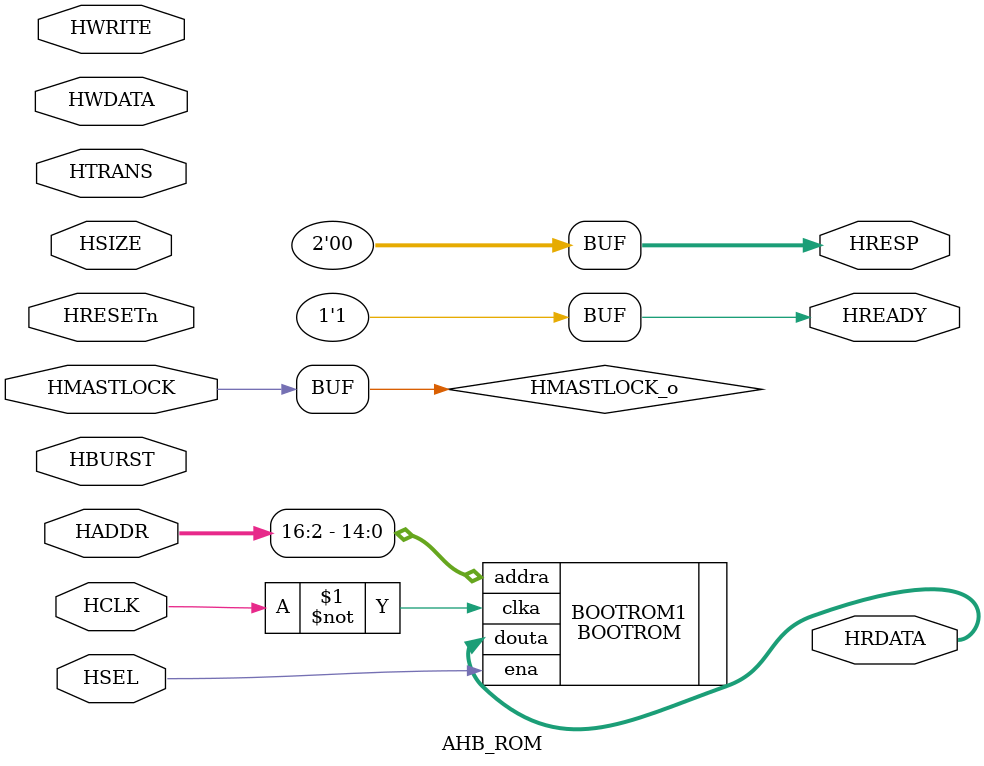
<source format=v>

module AHB_ROM
(
  // --------------------------
  // Input pins: AHB signals //
  // --------------------------
  // Select
  input HSEL,
  // Address and control
  input [31:0] HADDR,
  input HWRITE,
  input [1:0] HTRANS,
  input [2:0] HSIZE,
  input [2:0] HBURST,
  // Data in
  input [31:0] HWDATA,
  // Reset and clock
  input HRESETn,
  input HCLK,
  input HMASTLOCK,
  // --------------
  // Output pins //
  // --------------
  // Transfer responses
  output HREADY,
  output [1:0] HRESP,
  // Data out
  `ifdef SIMULATION
  output reg [31:0] HRDATA
  `else
   output [31:0] HRDATA
   `endif
);

	BOOTROM BOOTROM1
	(
		.addra(HADDR[16:2]),
		.clka(~HCLK),
		.douta(HRDATA),
		.ena(HSEL)
	);




// --------------------
// Output generation //
// --------------------
// Normal output signals generation
assign HMASTLOCK_o=HMASTLOCK;

assign HRESP=0;
assign HREADY=1;
endmodule
</source>
